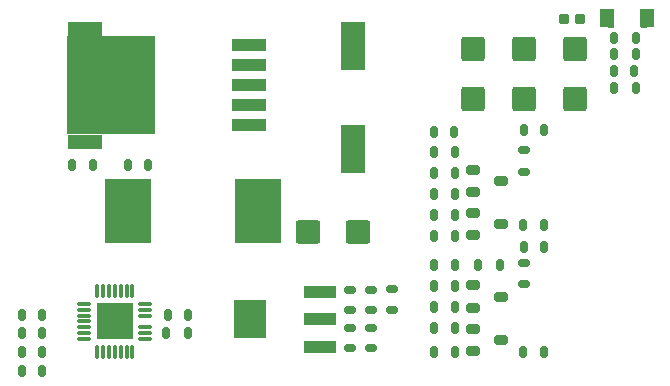
<source format=gtp>
G04*
G04 #@! TF.GenerationSoftware,Altium Limited,Altium Designer,24.0.1 (36)*
G04*
G04 Layer_Color=8421504*
%FSLAX44Y44*%
%MOMM*%
G71*
G04*
G04 #@! TF.SameCoordinates,E4E742BE-E936-4CAC-BADB-82586D2B27CE*
G04*
G04*
G04 #@! TF.FilePolarity,Positive*
G04*
G01*
G75*
G04:AMPARAMS|DCode=12|XSize=1mm|YSize=0.7mm|CornerRadius=0.175mm|HoleSize=0mm|Usage=FLASHONLY|Rotation=270.000|XOffset=0mm|YOffset=0mm|HoleType=Round|Shape=RoundedRectangle|*
%AMROUNDEDRECTD12*
21,1,1.0000,0.3500,0,0,270.0*
21,1,0.6500,0.7000,0,0,270.0*
1,1,0.3500,-0.1750,-0.3250*
1,1,0.3500,-0.1750,0.3250*
1,1,0.3500,0.1750,0.3250*
1,1,0.3500,0.1750,-0.3250*
%
%ADD12ROUNDEDRECTD12*%
%ADD13R,1.2000X1.6500*%
G04:AMPARAMS|DCode=14|XSize=1mm|YSize=0.7mm|CornerRadius=0.175mm|HoleSize=0mm|Usage=FLASHONLY|Rotation=180.000|XOffset=0mm|YOffset=0mm|HoleType=Round|Shape=RoundedRectangle|*
%AMROUNDEDRECTD14*
21,1,1.0000,0.3500,0,0,180.0*
21,1,0.6500,0.7000,0,0,180.0*
1,1,0.3500,-0.3250,0.1750*
1,1,0.3500,0.3250,0.1750*
1,1,0.3500,0.3250,-0.1750*
1,1,0.3500,-0.3250,-0.1750*
%
%ADD14ROUNDEDRECTD14*%
G04:AMPARAMS|DCode=15|XSize=0.8mm|YSize=1.2mm|CornerRadius=0.16mm|HoleSize=0mm|Usage=FLASHONLY|Rotation=90.000|XOffset=0mm|YOffset=0mm|HoleType=Round|Shape=RoundedRectangle|*
%AMROUNDEDRECTD15*
21,1,0.8000,0.8800,0,0,90.0*
21,1,0.4800,1.2000,0,0,90.0*
1,1,0.3200,0.4400,0.2400*
1,1,0.3200,0.4400,-0.2400*
1,1,0.3200,-0.4400,-0.2400*
1,1,0.3200,-0.4400,0.2400*
%
%ADD15ROUNDEDRECTD15*%
G04:AMPARAMS|DCode=16|XSize=2.06mm|YSize=2.02mm|CornerRadius=0.2525mm|HoleSize=0mm|Usage=FLASHONLY|Rotation=270.000|XOffset=0mm|YOffset=0mm|HoleType=Round|Shape=RoundedRectangle|*
%AMROUNDEDRECTD16*
21,1,2.0600,1.5150,0,0,270.0*
21,1,1.5550,2.0200,0,0,270.0*
1,1,0.5050,-0.7575,-0.7775*
1,1,0.5050,-0.7575,0.7775*
1,1,0.5050,0.7575,0.7775*
1,1,0.5050,0.7575,-0.7775*
%
%ADD16ROUNDEDRECTD16*%
G04:AMPARAMS|DCode=17|XSize=2.06mm|YSize=2.02mm|CornerRadius=0.2525mm|HoleSize=0mm|Usage=FLASHONLY|Rotation=0.000|XOffset=0mm|YOffset=0mm|HoleType=Round|Shape=RoundedRectangle|*
%AMROUNDEDRECTD17*
21,1,2.0600,1.5150,0,0,0.0*
21,1,1.5550,2.0200,0,0,0.0*
1,1,0.5050,0.7775,-0.7575*
1,1,0.5050,-0.7775,-0.7575*
1,1,0.5050,-0.7775,0.7575*
1,1,0.5050,0.7775,0.7575*
%
%ADD17ROUNDEDRECTD17*%
%ADD18R,2.7000X1.0000*%
%ADD19O,1.2000X0.3000*%
%ADD20R,2.7000X3.3000*%
%ADD21O,0.3000X1.2000*%
%ADD22R,3.1300X3.1300*%
%ADD23R,4.0000X5.5000*%
%ADD24R,2.0000X4.1000*%
%ADD25R,3.0000X1.0200*%
%ADD26R,7.5000X8.3300*%
%ADD27R,3.0000X1.2350*%
G04:AMPARAMS|DCode=28|XSize=0.81mm|YSize=0.9mm|CornerRadius=0.2025mm|HoleSize=0mm|Usage=FLASHONLY|Rotation=0.000|XOffset=0mm|YOffset=0mm|HoleType=Round|Shape=RoundedRectangle|*
%AMROUNDEDRECTD28*
21,1,0.8100,0.4950,0,0,0.0*
21,1,0.4050,0.9000,0,0,0.0*
1,1,0.4050,0.2025,-0.2475*
1,1,0.4050,-0.2025,-0.2475*
1,1,0.4050,-0.2025,0.2475*
1,1,0.4050,0.2025,0.2475*
%
%ADD28ROUNDEDRECTD28*%
G36*
X-75003Y357840D02*
X-80003D01*
Y363590D01*
X-75003D01*
Y357840D01*
D02*
G37*
G36*
Y347090D02*
X-80003D01*
Y352840D01*
X-75003D01*
Y347090D01*
D02*
G37*
G36*
X-47003Y357840D02*
X-52003D01*
Y363590D01*
X-47003D01*
Y357840D01*
D02*
G37*
G36*
Y347090D02*
X-52003D01*
Y352840D01*
X-47003D01*
Y347090D01*
D02*
G37*
D12*
X-133508Y180220D02*
D03*
X-151508D02*
D03*
X-558630Y57119D02*
D03*
X-575630D02*
D03*
X-575626Y72841D02*
D03*
X-558626D02*
D03*
X-575630Y88578D02*
D03*
X-558630D02*
D03*
X-209700Y259088D02*
D03*
X-226700D02*
D03*
X-209200Y242018D02*
D03*
X-227200D02*
D03*
Y224193D02*
D03*
X-209200D02*
D03*
Y206369D02*
D03*
X-227200D02*
D03*
Y188544D02*
D03*
X-209200D02*
D03*
Y170720D02*
D03*
X-227200D02*
D03*
X-133698Y162056D02*
D03*
X-150698D02*
D03*
X-151508Y72676D02*
D03*
X-133508D02*
D03*
X-227200Y72676D02*
D03*
X-209200D02*
D03*
X-189354Y146558D02*
D03*
X-171354D02*
D03*
X-209200Y146050D02*
D03*
X-227200D02*
D03*
Y128422D02*
D03*
X-209200D02*
D03*
X-227200Y110795D02*
D03*
X-209200D02*
D03*
X-227200Y93167D02*
D03*
X-209200D02*
D03*
X-134008Y260668D02*
D03*
X-151008D02*
D03*
X-56378Y296588D02*
D03*
X-74378Y310753D02*
D03*
X-57378D02*
D03*
X-74378Y324919D02*
D03*
X-56378D02*
D03*
X-452514Y104054D02*
D03*
X-435514D02*
D03*
X-74378Y296588D02*
D03*
X-453514Y88646D02*
D03*
X-435514D02*
D03*
X-575630Y104308D02*
D03*
X-558630D02*
D03*
X-469298Y231156D02*
D03*
X-486298D02*
D03*
X-533524Y230886D02*
D03*
X-515524D02*
D03*
X-74378Y339084D02*
D03*
X-56378D02*
D03*
D13*
X-80776Y355340D02*
D03*
X-46486D02*
D03*
D14*
X-151182Y243518D02*
D03*
Y225518D02*
D03*
Y148058D02*
D03*
Y130058D02*
D03*
X-297702Y107948D02*
D03*
X-280430Y75948D02*
D03*
Y107948D02*
D03*
X-297702Y75948D02*
D03*
X-262904Y125948D02*
D03*
Y107948D02*
D03*
X-297702Y124948D02*
D03*
X-280430Y92948D02*
D03*
Y124948D02*
D03*
X-297702Y92948D02*
D03*
D15*
X-194132Y92676D02*
D03*
Y73676D02*
D03*
X-170132Y83176D02*
D03*
X-194132Y129150D02*
D03*
Y110150D02*
D03*
X-170132Y119650D02*
D03*
X-194132Y190720D02*
D03*
Y171720D02*
D03*
X-170132Y181220D02*
D03*
X-194132Y227162D02*
D03*
Y208162D02*
D03*
X-170132Y217662D02*
D03*
D16*
X-194065Y286930D02*
D03*
X-107970Y329430D02*
D03*
Y286930D02*
D03*
X-151018Y329430D02*
D03*
Y286930D02*
D03*
X-194065Y329430D02*
D03*
D17*
X-291184Y174680D02*
D03*
X-333684D02*
D03*
D18*
X-323574Y77448D02*
D03*
Y123448D02*
D03*
Y100448D02*
D03*
D19*
X-523284Y103644D02*
D03*
Y113644D02*
D03*
Y108644D02*
D03*
Y98644D02*
D03*
Y93644D02*
D03*
Y88644D02*
D03*
Y83644D02*
D03*
X-471284D02*
D03*
Y88644D02*
D03*
Y93644D02*
D03*
Y103644D02*
D03*
Y108644D02*
D03*
Y113644D02*
D03*
D20*
X-382574Y100448D02*
D03*
D21*
X-512284Y72644D02*
D03*
X-507284D02*
D03*
X-502284D02*
D03*
X-497284D02*
D03*
X-492284D02*
D03*
X-487284D02*
D03*
X-482284D02*
D03*
Y124644D02*
D03*
X-487284D02*
D03*
X-492284D02*
D03*
X-497284D02*
D03*
X-502284D02*
D03*
X-507284D02*
D03*
X-512284D02*
D03*
D22*
X-497284Y98644D02*
D03*
D23*
X-486074Y192080D02*
D03*
X-376074D02*
D03*
D24*
X-295710Y331780D02*
D03*
Y244780D02*
D03*
D25*
X-383310Y264760D02*
D03*
Y281760D02*
D03*
Y298760D02*
D03*
Y315760D02*
D03*
Y332760D02*
D03*
D26*
X-500060Y298760D02*
D03*
D27*
X-522460Y346585D02*
D03*
Y250935D02*
D03*
D28*
X-117316Y354933D02*
D03*
X-103416D02*
D03*
M02*

</source>
